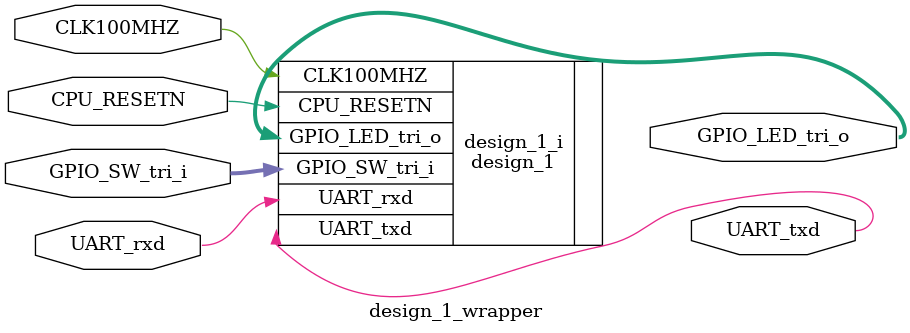
<source format=v>
`timescale 1 ps / 1 ps

module design_1_wrapper
   (CLK100MHZ,
    CPU_RESETN,
    GPIO_LED_tri_o,
    GPIO_SW_tri_i,
    UART_rxd,
    UART_txd);
  input CLK100MHZ;
  input CPU_RESETN;
  output [15:0]GPIO_LED_tri_o;
  input [15:0]GPIO_SW_tri_i;
  input UART_rxd;
  output UART_txd;

  wire CLK100MHZ;
  wire CPU_RESETN;
  wire [15:0]GPIO_LED_tri_o;
  wire [15:0]GPIO_SW_tri_i;
  wire UART_rxd;
  wire UART_txd;

  design_1 design_1_i
       (.CLK100MHZ(CLK100MHZ),
        .CPU_RESETN(CPU_RESETN),
        .GPIO_LED_tri_o(GPIO_LED_tri_o),
        .GPIO_SW_tri_i(GPIO_SW_tri_i),
        .UART_rxd(UART_rxd),
        .UART_txd(UART_txd));
endmodule

</source>
